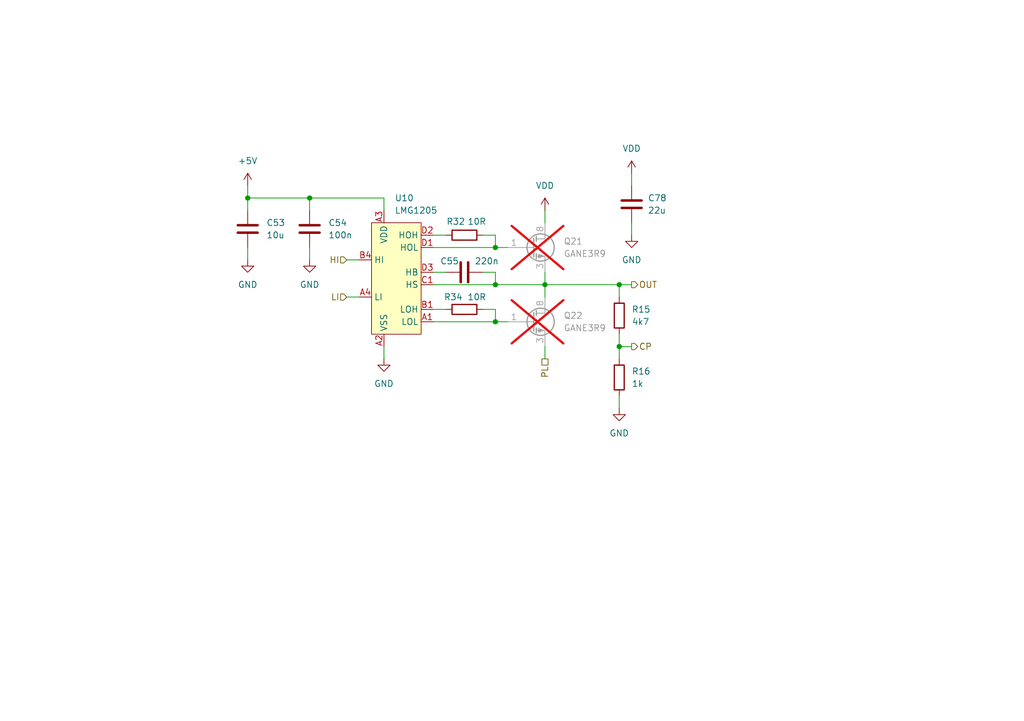
<source format=kicad_sch>
(kicad_sch (version 20231120) (generator "eeschema") (generator_version "8.0")
  (paper "A5")
  (lib_symbols
    (symbol "Device:C" (pin_numbers hide) (pin_names (offset 0.254))
      (property "Reference" "C" (at 0.635 2.54 0))
      (property "Value" "C" (at 0.635 -2.54 0))
      (symbol "C_0_1"
        (polyline (pts (xy -2.032 -0.762) (xy 2.032 -0.762)) (stroke (width 0.508)))
        (polyline (pts (xy -2.032 0.762) (xy 2.032 0.762)) (stroke (width 0.508)))
      )
      (symbol "C_1_1"
        (pin passive line (at 0 3.81 270) (length 2.794) (name "~") (number "1"))
        (pin passive line (at 0 -3.81 90) (length 2.794) (name "~") (number "2"))
      )
    )
    (symbol "Device:R" (pin_numbers hide) (pin_names (offset 0))
      (property "Reference" "R" (at 2.032 0 90))
      (property "Value" "R" (at 0 0 90))
      (symbol "R_0_1"
        (rectangle (start -1.016 -2.54) (end 1.016 2.54) (stroke (width 0.254)))
      )
      (symbol "R_1_1"
        (pin passive line (at 0 3.81 270) (length 1.27) (name "~") (number "1"))
        (pin passive line (at 0 -3.81 90) (length 1.27) (name "~") (number "2"))
      )
    )
    (symbol "User_Symbols:GANE3R9" (pin_names hide)
      (property "Reference" "Q" (at -4.572 3.556 0))
      (property "Value" "GANE3R9" (at -7.366 -3.302 0))
      (symbol "GANE3R9_0_1"
        (circle (center -0.889 0) (radius 2.794) (stroke (width 0.254)))
        (polyline (pts (xy -2.286 0) (xy -5.08 0)))
        (polyline (pts (xy -2.286 1.905) (xy -2.286 -1.905)) (stroke (width 0.254)))
        (polyline (pts (xy -1.778 -1.27) (xy -1.778 -2.286)) (stroke (width 0.254)))
        (polyline (pts (xy -1.778 0.508) (xy -1.778 -0.508)) (stroke (width 0.254)))
        (polyline (pts (xy -1.778 2.286) (xy -1.778 1.27)) (stroke (width 0.254)))
        (polyline (pts (xy 0 2.54) (xy 0 1.778)))
        (polyline (pts (xy -0.2819 -1.7668) (xy -1.2979 -2.1478) (xy -1.2979 -1.3858) (xy -0.2819 -1.7668)) (fill (type outline)))
      )
      (symbol "GANE3R9_1_1"
        (polyline (pts (xy -1.7472 -1.7696) (xy 0 -1.7696)) (stroke (width 0.1524)))
        (polyline (pts (xy -0.0027 1.7752) (xy -1.7694 1.7752)) (stroke (width 0.1524)))
        (polyline (pts (xy 0 -1.7732) (xy 0 -2.6463)) (stroke (width 0.1524)))
        (pin input line (at -7.62 0 0) (length 2.54) (name "G") (number "1"))
        (pin passive line (at 0 5.08 270) (length 2.54) hide (name "D") (number "10"))
        (pin passive line (at 0 -5.08 90) (length 2.54) hide (name "S") (number "11"))
        (pin passive line (at 0 5.08 270) (length 2.54) hide (name "D") (number "12"))
        (pin passive line (at 0 5.08 270) (length 2.54) hide (name "D") (number "13"))
        (pin passive line (at 0 5.08 270) (length 2.54) hide (name "D") (number "14"))
        (pin passive line (at 0 5.08 270) (length 2.54) hide (name "D") (number "15"))
        (pin passive line (at 0 5.08 270) (length 2.54) hide (name "D") (number "16"))
        (pin passive line (at 0 5.08 270) (length 2.54) hide (name "D") (number "17"))
        (pin passive line (at 0 5.08 270) (length 2.54) hide (name "D") (number "18"))
        (pin passive line (at 0 5.08 270) (length 2.54) hide (name "D") (number "19"))
        (pin input line (at -7.62 0 0) (length 2.54) hide (name "G") (number "2"))
        (pin passive line (at 0 5.08 270) (length 2.54) hide (name "D") (number "20"))
        (pin passive line (at 0 -5.08 90) (length 2.54) hide (name "S") (number "21"))
        (pin passive line (at 0 5.08 270) (length 2.54) hide (name "D") (number "22"))
        (pin passive line (at 0 -5.08 90) (length 2.54) hide (name "S") (number "23"))
        (pin passive line (at 0 5.08 270) (length 2.54) hide (name "D") (number "24"))
        (pin input line (at -7.62 0 0) (length 2.54) hide (name "G") (number "25"))
        (pin passive line (at 0 -5.08 90) (length 2.54) (name "S") (number "3"))
        (pin passive line (at 0 -5.08 90) (length 2.54) hide (name "S") (number "4"))
        (pin passive line (at 0 -5.08 90) (length 2.54) hide (name "S") (number "5"))
        (pin passive line (at 0 -5.08 90) (length 2.54) hide (name "S") (number "6"))
        (pin passive line (at 0 -5.08 90) (length 2.54) hide (name "S") (number "7"))
        (pin passive line (at 0 5.08 270) (length 2.54) (name "D") (number "8"))
        (pin passive line (at 0 -5.08 90) (length 2.54) hide (name "S") (number "9"))
      )
    )
    (symbol "User_Symbols:LMG1205"
      (property "Reference" "U" (at 0.508 12.7 0))
      (property "Value" "LMG1205" (at 2.794 -12.954 0))
      (symbol "LMG1205_1_1"
        (rectangle (start -5.08 11.43) (end 5.08 -11.43) (fill (type background)))
        (pin output line (at 7.62 -8.89 180) (length 2.54) (name "LOL") (number "A1"))
        (pin power_in line (at -2.54 -13.97 90) (length 2.54) (name "VSS") (number "A2"))
        (pin power_in line (at -2.54 13.97 270) (length 2.54) (name "VDD") (number "A3"))
        (pin input line (at -7.62 -3.81 0) (length 2.54) (name "LI") (number "A4"))
        (pin output line (at 7.62 -6.35 180) (length 2.54) (name "LOH") (number "B1"))
        (pin input line (at -7.62 3.81 0) (length 2.54) (name "HI") (number "B4"))
        (pin power_in line (at 7.62 -1.27 180) (length 2.54) (name "HS") (number "C1"))
        (pin passive line (at -2.54 13.97 270) (length 2.54) hide (name "VDD") (number "C4"))
        (pin output line (at 7.62 6.35 180) (length 2.54) (name "HOL") (number "D1"))
        (pin output line (at 7.62 8.89 180) (length 2.54) (name "HOH") (number "D2"))
        (pin power_in line (at 7.62 1.27 180) (length 2.54) (name "HB") (number "D3"))
        (pin passive line (at 7.62 -1.27 180) (length 2.54) hide (name "HS") (number "D4"))
      )
    )
    (symbol "power:+5V" (power) (pin_numbers hide) (pin_names (offset 0) hide)
      (property "Value" "+5V" (at 0 3.556 0))
      (symbol "+5V_0_1"
        (polyline (pts (xy -0.762 1.27) (xy 0 2.54)))
        (polyline (pts (xy 0 0) (xy 0 2.54)))
        (polyline (pts (xy 0 2.54) (xy 0.762 1.27)))
      )
      (symbol "+5V_1_1"
        (pin power_in line (at 0 0 90) (length 0) (name "~") (number "1"))
      )
    )
    (symbol "power:GND" (power) (pin_numbers hide) (pin_names (offset 0) hide)
      (property "Value" "GND" (at 0 -3.81 0))
      (symbol "GND_0_1"
        (polyline (pts (xy 0 0) (xy 0 -1.27) (xy 1.27 -1.27) (xy 0 -2.54) (xy -1.27 -1.27) (xy 0 -1.27)))
      )
      (symbol "GND_1_1"
        (pin power_in line (at 0 0 270) (length 0) (name "~") (number "1"))
      )
    )
    (symbol "power:VDD" (power) (pin_numbers hide) (pin_names (offset 0) hide)
      (property "Value" "VDD" (at 0 3.556 0))
      (symbol "VDD_0_1"
        (polyline (pts (xy -0.762 1.27) (xy 0 2.54)))
        (polyline (pts (xy 0 0) (xy 0 2.54)))
        (polyline (pts (xy 0 2.54) (xy 0.762 1.27)))
      )
      (symbol "VDD_1_1"
        (pin power_in line (at 0 0 90) (length 0) (name "~") (number "1"))
      )
    )
  )
  (junction (at 63.5 40.64))
  (junction (at 111.76 58.42))
  (junction (at 101.6 50.8))
  (junction (at 101.6 58.42))
  (junction (at 127 58.42))
  (junction (at 101.6 66.04))
  (junction (at 50.8 40.64))
  (junction (at 127 71.12))
  (wire (pts (xy 99.06 55.88) (xy 101.6 55.88)))
  (wire (pts (xy 50.8 40.64) (xy 50.8 43.18)))
  (wire (pts (xy 50.8 40.64) (xy 63.5 40.64)))
  (wire (pts (xy 78.74 71.12) (xy 78.74 73.66)))
  (wire (pts (xy 101.6 55.88) (xy 101.6 58.42)))
  (wire (pts (xy 127 71.12) (xy 127 73.66)))
  (wire (pts (xy 63.5 43.18) (xy 63.5 40.64)))
  (wire (pts (xy 78.74 40.64) (xy 78.74 43.18)))
  (wire (pts (xy 50.8 38.1) (xy 50.8 40.64)))
  (wire (pts (xy 111.76 58.42) (xy 127 58.42)))
  (wire (pts (xy 127 58.42) (xy 129.54 58.42)))
  (wire (pts (xy 127 71.12) (xy 129.54 71.12)))
  (wire (pts (xy 129.54 45.72) (xy 129.54 48.26)))
  (wire (pts (xy 101.6 50.8) (xy 101.6 48.26)))
  (wire (pts (xy 129.54 35.56) (xy 129.54 38.1)))
  (wire (pts (xy 111.76 58.42) (xy 111.76 60.96)))
  (wire (pts (xy 88.9 55.88) (xy 91.44 55.88)))
  (wire (pts (xy 88.9 50.8) (xy 101.6 50.8)))
  (wire (pts (xy 101.6 48.26) (xy 99.06 48.26)))
  (wire (pts (xy 88.9 63.5) (xy 91.44 63.5)))
  (wire (pts (xy 63.5 50.8) (xy 63.5 53.34)))
  (wire (pts (xy 101.6 66.04) (xy 104.14 66.04)))
  (wire (pts (xy 111.76 71.12) (xy 111.76 73.66)))
  (wire (pts (xy 71.12 60.96) (xy 73.66 60.96)))
  (wire (pts (xy 127 81.28) (xy 127 83.82)))
  (wire (pts (xy 88.9 48.26) (xy 91.44 48.26)))
  (wire (pts (xy 88.9 66.04) (xy 101.6 66.04)))
  (wire (pts (xy 88.9 58.42) (xy 101.6 58.42)))
  (wire (pts (xy 111.76 43.18) (xy 111.76 45.72)))
  (wire (pts (xy 99.06 63.5) (xy 101.6 63.5)))
  (wire (pts (xy 127 58.42) (xy 127 60.96)))
  (wire (pts (xy 111.76 55.88) (xy 111.76 58.42)))
  (wire (pts (xy 71.12 53.34) (xy 73.66 53.34)))
  (wire (pts (xy 127 68.58) (xy 127 71.12)))
  (wire (pts (xy 101.6 50.8) (xy 104.14 50.8)))
  (wire (pts (xy 101.6 58.42) (xy 111.76 58.42)))
  (wire (pts (xy 50.8 50.8) (xy 50.8 53.34)))
  (wire (pts (xy 101.6 63.5) (xy 101.6 66.04)))
  (wire (pts (xy 63.5 40.64) (xy 78.74 40.64)))
  (hierarchical_label "PL" (shape passive) (at 111.76 73.66 270))
  (hierarchical_label "LI" (shape input) (at 71.12 60.96 180))
  (hierarchical_label "HI" (shape input) (at 71.12 53.34 180))
  (hierarchical_label "OUT" (shape output) (at 129.54 58.42 0))
  (hierarchical_label "CP" (shape output) (at 129.54 71.12 0))
  (symbol (lib_id "Device:C") (at 50.8 46.99 0) (unit 1)
    (property "Reference" "C53" (at 54.61 45.7199 0) (effects (justify left)))
    (property "Value" "10u" (at 54.61 48.2599 0) (effects (justify left)))
    (property "Footprint" "Capacitor_SMD:C_0603_1608Metric" (effects (hide yes)))
    (property "Description" "Unpolarized capacitor" (effects (hide yes)))
    (property "LCSC" "C19702" (effects (hide yes)))
    (instances (project "battle-bot" (path "" (reference "C53") (unit 1)) (path "" (reference "C59") (unit 1)) (path "" (reference "C56") (unit 1))))
  )
  (symbol (lib_id "power:GND") (at 127 83.82 0) (unit 1)
    (property "Reference" "#PWR041" (effects (hide yes)))
    (property "Value" "GND" (at 127 88.9 0))
    (property "Description" "Power symbol creates a global label with name \"GND\" , ground" (effects (hide yes)))
    (instances (project "battle-bot" (path "" (reference "#PWR041") (unit 1)) (path "" (reference "#PWR046") (unit 1)) (path "" (reference "#PWR043") (unit 1))))
  )
  (symbol (lib_id "Device:C") (at 129.54 41.91 0) (unit 1)
    (property "Reference" "C78" (at 132.842 40.64 0) (effects (justify left)))
    (property "Value" "22u" (at 132.842 43.18 0) (effects (justify left)))
    (property "Footprint" "Capacitor_SMD:C_0805_2012Metric" (effects (hide yes)))
    (property "Description" "Unpolarized capacitor" (effects (hide yes)))
    (property "LCSC" "C45783" (effects (hide yes)))
    (instances (project "battle-bot" (path "" (reference "C78") (unit 1)) (path "" (reference "C80") (unit 1)) (path "" (reference "C79") (unit 1))))
  )
  (symbol (lib_id "power:GND") (at 78.74 73.66 0) (unit 1)
    (property "Reference" "#PWR096" (effects (hide yes)))
    (property "Value" "GND" (at 78.74 78.74 0))
    (property "Description" "Power symbol creates a global label with name \"GND\" , ground" (effects (hide yes)))
    (instances (project "battle-bot" (path "" (reference "#PWR096") (unit 1)) (path "" (reference "#PWR0106") (unit 1)) (path "" (reference "#PWR0101") (unit 1))))
  )
  (symbol (lib_id "Device:R") (at 127 64.77 0) (unit 1)
    (property "Reference" "R15" (at 129.54 63.4999 0) (effects (justify left)))
    (property "Value" "4k7" (at 129.54 66.0399 0) (effects (justify left)))
    (property "Footprint" "Resistor_SMD:R_0402_1005Metric" (effects (hide yes)))
    (property "Description" "Resistor" (effects (hide yes)))
    (property "LCSC" "C25900" (effects (hide yes)))
    (instances (project "battle-bot" (path "" (reference "R15") (unit 1)) (path "" (reference "R29") (unit 1)) (path "" (reference "R22") (unit 1))))
  )
  (symbol (lib_id "Device:C") (at 95.25 55.88 90) (unit 1)
    (property "Reference" "C55" (at 92.202 53.594 90))
    (property "Value" "220n" (at 99.822 53.594 90))
    (property "Footprint" "Capacitor_SMD:C_0402_1005Metric" (effects (hide yes)))
    (property "Description" "Unpolarized capacitor" (effects (hide yes)))
    (property "LCSC" "C16772" (effects (hide yes)))
    (instances (project "battle-bot" (path "" (reference "C55") (unit 1)) (path "" (reference "C61") (unit 1)) (path "" (reference "C58") (unit 1))))
  )
  (symbol (lib_id "power:+5V") (at 50.8 38.1 0) (unit 1)
    (property "Reference" "#PWR076" (effects (hide yes)))
    (property "Value" "+5V" (at 50.8 33.02 0))
    (property "Description" "Power symbol creates a global label with name \"+5V\"" (effects (hide yes)))
    (instances (project "battle-bot" (path "" (reference "#PWR076") (unit 1)) (path "" (reference "#PWR0103") (unit 1)) (path "" (reference "#PWR098") (unit 1))))
  )
  (symbol (lib_id "power:VDD") (at 111.76 43.18 0) (unit 1)
    (property "Reference" "#PWR097" (effects (hide yes)))
    (property "Value" "VDD" (at 111.76 38.1 0))
    (property "Description" "Power symbol creates a global label with name \"VDD\"" (effects (hide yes)))
    (instances (project "battle-bot" (path "" (reference "#PWR097") (unit 1)) (path "" (reference "#PWR0107") (unit 1)) (path "" (reference "#PWR0102") (unit 1))))
  )
  (symbol (lib_id "power:VDD") (at 129.54 35.56 0) (unit 1)
    (property "Reference" "#PWR0143" (effects (hide yes)))
    (property "Value" "VDD" (at 129.54 30.48 0))
    (property "Description" "Power symbol creates a global label with name \"VDD\"" (effects (hide yes)))
    (instances (project "battle-bot" (path "" (reference "#PWR0143") (unit 1)) (path "" (reference "#PWR0147") (unit 1)) (path "" (reference "#PWR0145") (unit 1))))
  )
  (symbol (lib_id "power:GND") (at 63.5 53.34 0) (unit 1)
    (property "Reference" "#PWR095" (effects (hide yes)))
    (property "Value" "GND" (at 63.5 58.42 0))
    (property "Description" "Power symbol creates a global label with name \"GND\" , ground" (effects (hide yes)))
    (instances (project "battle-bot" (path "" (reference "#PWR095") (unit 1)) (path "" (reference "#PWR0105") (unit 1)) (path "" (reference "#PWR0100") (unit 1))))
  )
  (symbol (lib_id "Device:R") (at 95.25 48.26 90) (unit 1)
    (property "Reference" "R32" (at 93.472 45.466 90))
    (property "Value" "10R" (at 97.79 45.466 90))
    (property "Footprint" "Resistor_SMD:R_0402_1005Metric" (effects (hide yes)))
    (property "Description" "Resistor" (effects (hide yes)))
    (property "LCSC" "C25077" (effects (hide yes)))
    (instances (project "battle-bot" (path "" (reference "R32") (unit 1)) (path "" (reference "R37") (unit 1)) (path "" (reference "R35") (unit 1))))
  )
  (symbol (lib_id "Device:R") (at 95.25 63.5 90) (unit 1)
    (property "Reference" "R34" (at 92.964 60.96 90))
    (property "Value" "10R" (at 97.79 60.96 90))
    (property "Footprint" "Resistor_SMD:R_0402_1005Metric" (effects (hide yes)))
    (property "Description" "Resistor" (effects (hide yes)))
    (property "LCSC" "C25077" (effects (hide yes)))
    (instances (project "battle-bot" (path "" (reference "R34") (unit 1)) (path "" (reference "R38") (unit 1)) (path "" (reference "R36") (unit 1))))
  )
  (symbol (lib_id "power:GND") (at 50.8 53.34 0) (unit 1)
    (property "Reference" "#PWR091" (effects (hide yes)))
    (property "Value" "GND" (at 50.8 58.42 0))
    (property "Description" "Power symbol creates a global label with name \"GND\" , ground" (effects (hide yes)))
    (instances (project "battle-bot" (path "" (reference "#PWR091") (unit 1)) (path "" (reference "#PWR0104") (unit 1)) (path "" (reference "#PWR099") (unit 1))))
  )
  (symbol (lib_id "User_Symbols:LMG1205") (at 81.28 57.15 0) (unit 1)
    (property "Reference" "U10" (at 80.9341 40.64 0) (effects (justify left)))
    (property "Value" "LMG1205" (at 80.9341 43.18 0) (effects (justify left)))
    (property "Footprint" "User_Footprints:LMG1205" (effects (hide yes)))
    (property "Datasheet" "https://wmsc.lcsc.com/wmsc/upload/file/pdf/v2/lcsc/2303011630_Texas-Instruments-LMG1205YFXR_C2653814.pdf" (effects (hide yes)))
    (property "Description" "Half Bridge GaN Driver" (effects (hide yes)))
    (property "LCSC" "C2653814" (effects (hide yes)))
    (instances (project "battle-bot" (path "" (reference "U10") (unit 1)) (path "" (reference "U12") (unit 1)) (path "" (reference "U11") (unit 1))))
  )
  (symbol (lib_id "User_Symbols:GANE3R9") (at 111.76 66.04 0) (unit 1) (dnp yes)
    (property "Reference" "Q22" (at 115.57 64.7699 0) (effects (justify left)))
    (property "Value" "GANE3R9" (at 115.57 67.3099 0) (effects (justify left)))
    (property "Footprint" "User_Footprints:GANE3R9" (effects (hide yes)))
    (property "Datasheet" "https://assets.nexperia.com/documents/data-sheet/GANE3R9-150QBA.pdf" (effects (hide yes)))
    (property "Description" "3.9 mOhm GaN FET N-Channel" (effects (hide yes)))
    (instances (project "battle-bot" (path "" (reference "Q22") (unit 1)) (path "" (reference "Q26") (unit 1)) (path "" (reference "Q24") (unit 1))))
  )
  (symbol (lib_id "Device:R") (at 127 77.47 0) (unit 1)
    (property "Reference" "R16" (at 129.54 76.1999 0) (effects (justify left)))
    (property "Value" "1k" (at 129.54 78.7399 0) (effects (justify left)))
    (property "Footprint" "Resistor_SMD:R_0402_1005Metric" (effects (hide yes)))
    (property "Description" "Resistor" (effects (hide yes)))
    (property "LCSC" "C11702" (effects (hide yes)))
    (instances (project "battle-bot" (path "" (reference "R16") (unit 1)) (path "" (reference "R30") (unit 1)) (path "" (reference "R23") (unit 1))))
  )
  (symbol (lib_id "power:GND") (at 129.54 48.26 0) (unit 1)
    (property "Reference" "#PWR0144" (effects (hide yes)))
    (property "Value" "GND" (at 129.54 53.34 0))
    (property "Description" "Power symbol creates a global label with name \"GND\" , ground" (effects (hide yes)))
    (instances (project "battle-bot" (path "" (reference "#PWR0144") (unit 1)) (path "" (reference "#PWR0148") (unit 1)) (path "" (reference "#PWR0146") (unit 1))))
  )
  (symbol (lib_id "User_Symbols:GANE3R9") (at 111.76 50.8 0) (unit 1) (dnp yes)
    (property "Reference" "Q21" (at 115.57 49.5299 0) (effects (justify left)))
    (property "Value" "GANE3R9" (at 115.57 52.0699 0) (effects (justify left)))
    (property "Footprint" "User_Footprints:GANE3R9" (effects (hide yes)))
    (property "Datasheet" "https://assets.nexperia.com/documents/data-sheet/GANE3R9-150QBA.pdf" (effects (hide yes)))
    (property "Description" "3.9 mOhm GaN FET N-Channel" (effects (hide yes)))
    (instances (project "battle-bot" (path "" (reference "Q21") (unit 1)) (path "" (reference "Q25") (unit 1)) (path "" (reference "Q23") (unit 1))))
  )
  (symbol (lib_id "Device:C") (at 63.5 46.99 0) (unit 1)
    (property "Reference" "C54" (at 67.31 45.7199 0) (effects (justify left)))
    (property "Value" "100n" (at 67.31 48.2599 0) (effects (justify left)))
    (property "Footprint" "Capacitor_SMD:C_0402_1005Metric" (effects (hide yes)))
    (property "Description" "Unpolarized capacitor" (effects (hide yes)))
    (property "LCSC" "C1525" (effects (hide yes)))
    (instances (project "battle-bot" (path "" (reference "C54") (unit 1)) (path "" (reference "C60") (unit 1)) (path "" (reference "C57") (unit 1))))
  )
)
</source>
